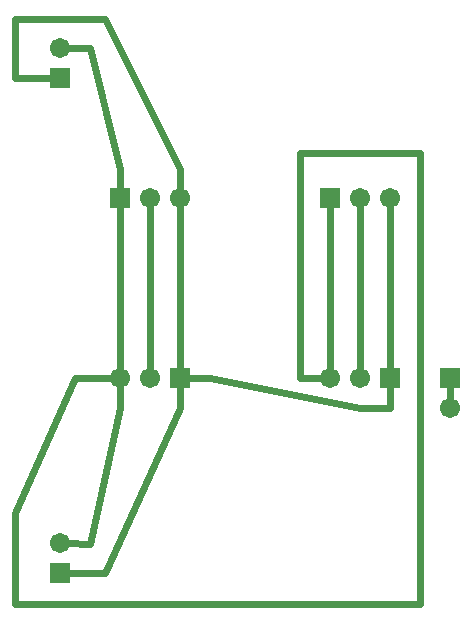
<source format=gtl>
G04 MADE WITH FRITZING*
G04 WWW.FRITZING.ORG*
G04 DOUBLE SIDED*
G04 HOLES PLATED*
G04 CONTOUR ON CENTER OF CONTOUR VECTOR*
%ASAXBY*%
%FSLAX23Y23*%
%MOIN*%
%OFA0B0*%
%SFA1.0B1.0*%
%ADD10C,0.067559*%
%ADD11R,0.067559X0.067559*%
%ADD12C,0.024000*%
%LNCOPPER1*%
G90*
G70*
G54D10*
X1544Y871D03*
X1544Y771D03*
X1144Y1471D03*
X1244Y1471D03*
X1344Y1471D03*
X444Y1471D03*
X544Y1471D03*
X644Y1471D03*
X644Y871D03*
X544Y871D03*
X444Y871D03*
X1344Y871D03*
X1244Y871D03*
X1144Y871D03*
X244Y1871D03*
X244Y1971D03*
X244Y221D03*
X244Y321D03*
G54D11*
X1544Y871D03*
X1144Y1471D03*
X444Y1471D03*
X644Y871D03*
X1344Y871D03*
X244Y1871D03*
X244Y221D03*
G54D12*
X1445Y120D02*
X94Y120D01*
D02*
X395Y221D02*
X269Y221D01*
D02*
X1044Y1621D02*
X1445Y1621D01*
D02*
X1044Y871D02*
X1044Y1621D01*
D02*
X1445Y1621D02*
X1445Y120D01*
D02*
X94Y120D02*
X94Y422D01*
D02*
X294Y871D02*
X420Y871D01*
D02*
X94Y422D02*
X294Y871D01*
D02*
X1120Y871D02*
X1044Y871D01*
D02*
X745Y871D02*
X669Y871D01*
D02*
X1245Y772D02*
X745Y871D01*
D02*
X1344Y772D02*
X1245Y772D01*
D02*
X1344Y846D02*
X1344Y772D01*
D02*
X345Y1971D02*
X444Y1570D01*
D02*
X444Y1570D02*
X444Y1496D01*
D02*
X269Y1971D02*
X345Y1971D01*
D02*
X444Y1446D02*
X444Y896D01*
D02*
X345Y320D02*
X269Y321D01*
D02*
X444Y772D02*
X345Y320D01*
D02*
X444Y846D02*
X444Y772D01*
D02*
X395Y2070D02*
X644Y1570D01*
D02*
X644Y1570D02*
X644Y1496D01*
D02*
X94Y2070D02*
X395Y2070D01*
D02*
X644Y1446D02*
X644Y1121D01*
D02*
X644Y1121D02*
X644Y896D01*
D02*
X644Y772D02*
X395Y221D01*
D02*
X644Y846D02*
X644Y772D01*
D02*
X544Y1446D02*
X544Y896D01*
D02*
X94Y1872D02*
X94Y2070D01*
D02*
X220Y1871D02*
X94Y1872D01*
D02*
X1344Y896D02*
X1344Y1446D01*
D02*
X1144Y1446D02*
X1144Y896D01*
D02*
X1544Y846D02*
X1544Y796D01*
D02*
X1244Y1446D02*
X1244Y896D01*
G04 End of Copper1*
M02*
</source>
